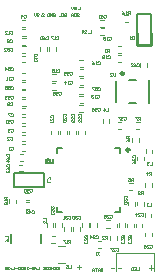
<source format=gbo>
G04 Layer_Color=32896*
%FSLAX24Y24*%
%MOIN*%
G70*
G01*
G75*
%ADD27C,0.0079*%
%ADD28C,0.0098*%
%ADD30C,0.0100*%
%ADD32C,0.0050*%
%ADD34C,0.0060*%
%ADD53C,0.0030*%
%ADD54C,0.0030*%
D27*
X5275Y6795D02*
X5511D01*
X5263Y6012D02*
X5511D01*
X5928Y6032D02*
Y6795D01*
X4854Y6043D02*
Y6760D01*
X2343Y1350D02*
Y1665D01*
X1350Y1350D02*
Y1665D01*
X4817Y2394D02*
X4984D01*
Y2561D01*
X2858Y2394D02*
X3026D01*
X2858D02*
Y2561D01*
Y4352D02*
Y4520D01*
X3026D01*
X4817D02*
X4984D01*
Y4352D02*
Y4520D01*
D28*
X5100Y7008D02*
G03*
X5100Y7008I-49J0D01*
G01*
X5289Y4461D02*
G03*
X5289Y4461I-49J0D01*
G01*
D30*
X5540Y7965D02*
Y8370D01*
Y7965D02*
X6000D01*
Y8370D01*
D32*
X5540Y7965D02*
X6000D01*
X5540Y8975D02*
X6000D01*
X5540Y7965D02*
Y8975D01*
X6000Y7965D02*
Y8975D01*
X2435Y3220D02*
Y3680D01*
X1425Y3220D02*
Y3680D01*
Y3220D02*
X2435D01*
X1425Y3680D02*
X2435D01*
D34*
X2755Y4156D02*
Y4031D01*
X2730Y4006D01*
X2680D01*
X2655Y4031D01*
Y4156D01*
X2605Y4131D02*
X2580Y4156D01*
X2530D01*
X2505Y4131D01*
Y4106D01*
X2530Y4081D01*
X2555D01*
X2530D01*
X2505Y4056D01*
Y4031D01*
X2530Y4006D01*
X2580D01*
X2605Y4031D01*
D53*
X5815Y2225D02*
Y2345D01*
X6005Y2215D02*
Y2335D01*
X6025Y1575D02*
Y1695D01*
X5795Y1575D02*
Y1695D01*
X4865Y1465D02*
Y1585D01*
X4625Y1465D02*
Y1585D01*
X4510Y1870D02*
X4640D01*
X4520Y2120D02*
X4640D01*
X4682Y514D02*
X4788D01*
X3612Y483D02*
Y632D01*
X3552Y557D02*
X3663D01*
X4901Y515D02*
X5007D01*
X5953Y534D02*
X6064D01*
X6013Y460D02*
Y609D01*
X4861Y1027D02*
X6106D01*
Y426D02*
Y1027D01*
X4858Y1024D02*
X4861Y1027D01*
X4852Y1024D02*
X4858D01*
X4852Y426D02*
Y1024D01*
X5500Y5165D02*
X5620D01*
X5505Y5390D02*
X5625D01*
X4890Y5160D02*
X5010D01*
X4890Y5390D02*
X5010D01*
X4600Y5365D02*
Y5485D01*
X4410Y5355D02*
Y5475D01*
X5875Y7220D02*
Y7340D01*
X5655Y7220D02*
Y7340D01*
X4895Y7400D02*
X5015D01*
X4895Y7625D02*
X5015D01*
X4890Y7700D02*
X5010D01*
X4895Y7930D02*
X5015D01*
X5130Y8715D02*
X5250D01*
X5115Y8940D02*
X5235D01*
X4310Y8290D02*
X4430D01*
X4325Y8515D02*
X4445D01*
X4310Y8565D02*
X4430D01*
X4320Y8790D02*
X4440D01*
X2305Y7760D02*
Y7880D01*
X2530Y7760D02*
Y7880D01*
X2605Y7760D02*
Y7880D01*
X2840Y7770D02*
Y7890D01*
X3610Y7445D02*
X3730D01*
X3625Y7220D02*
X3745D01*
X3630Y7145D02*
X3750D01*
X3620Y6915D02*
X3740D01*
X3625Y6840D02*
X3745D01*
X3625Y6610D02*
X3745D01*
X3620Y6310D02*
X3740D01*
X3620Y6545D02*
X3740D01*
X3625Y6025D02*
X3745D01*
X3615Y6250D02*
X3735D01*
X3610Y5710D02*
X3730D01*
X3605Y5945D02*
X3725D01*
X2715Y6990D02*
X2835D01*
X2720Y6755D02*
X2840D01*
X2700Y6695D02*
X2820D01*
X2720Y6460D02*
X2840D01*
X3805Y4985D02*
Y5105D01*
X3570Y4985D02*
Y5105D01*
X3515Y4985D02*
Y5105D01*
X3285Y4980D02*
Y5100D01*
X3220Y4980D02*
Y5100D01*
X2980Y4980D02*
Y5100D01*
X2905Y4980D02*
Y5100D01*
X2670Y4975D02*
Y5095D01*
X5590Y4735D02*
Y4855D01*
X5360Y4735D02*
Y4855D01*
X6030Y4350D02*
Y4470D01*
X5835Y4355D02*
Y4475D01*
X5760Y4115D02*
Y4235D01*
X5540Y4110D02*
Y4230D01*
X5265Y3115D02*
X5385D01*
X5285Y3340D02*
X5405D01*
X6030Y3235D02*
Y3355D01*
X5805Y3230D02*
Y3350D01*
X5760Y2605D02*
Y2725D01*
X5530Y2610D02*
Y2730D01*
X5235Y2610D02*
Y2730D01*
X5470Y2605D02*
Y2725D01*
X4229Y1201D02*
X4349D01*
X4225Y1426D02*
X4345D01*
X5715Y1885D02*
Y2005D01*
X5495Y1885D02*
Y2005D01*
X5445Y1885D02*
Y2005D01*
X5220Y1885D02*
Y2005D01*
X5150Y1890D02*
Y2010D01*
X4925Y1890D02*
Y2010D01*
X4875Y1885D02*
Y2005D01*
X4205Y1895D02*
Y2015D01*
X3975Y1890D02*
Y2010D01*
X3925Y1890D02*
Y2010D01*
X3690Y1895D02*
Y2015D01*
X3625Y1765D02*
Y1885D01*
X3390Y1765D02*
Y1885D01*
X3095Y1765D02*
Y1885D01*
X3335Y1770D02*
Y1890D01*
X2685Y1370D02*
X2805D01*
X2695Y1605D02*
X2815D01*
X3045Y1900D02*
Y2020D01*
X2805Y1900D02*
Y2020D01*
X2745Y1905D02*
Y2025D01*
X2540Y1900D02*
Y2020D01*
X2920Y1245D02*
X3155D01*
X2905Y675D02*
X3140D01*
X1830Y2490D02*
X1950D01*
X1825Y2725D02*
X1945D01*
X1825Y2805D02*
X1945D01*
X1820Y3025D02*
X1940D01*
X1500Y2685D02*
Y2805D01*
X1265Y2700D02*
Y2820D01*
X1605Y3745D02*
X1725D01*
X1600Y3970D02*
X1720D01*
X1625Y4090D02*
X1745D01*
X1625Y4315D02*
X1745D01*
X1700Y4435D02*
X1820D01*
X1700Y4660D02*
X1820D01*
X1695Y4745D02*
X1815D01*
X1700Y4970D02*
X1820D01*
X1695Y5040D02*
X1815D01*
X1700Y5265D02*
X1820D01*
X1695Y5340D02*
X1815D01*
X1695Y5565D02*
X1815D01*
X1690Y5640D02*
X1810D01*
X1700Y5865D02*
X1820D01*
X1705Y5935D02*
X1825D01*
X1695Y6160D02*
X1815D01*
X1700Y6215D02*
X1820D01*
X1695Y6445D02*
X1815D01*
X1700Y6500D02*
X1820D01*
X1700Y6730D02*
X1820D01*
X1700Y6800D02*
X1820D01*
X1700Y7025D02*
X1820D01*
X1700Y7385D02*
X1820D01*
X1700Y7605D02*
X1820D01*
X1700Y7680D02*
X1820D01*
X1705Y7915D02*
X1825D01*
X1695Y7970D02*
X1815D01*
X1705Y8205D02*
X1825D01*
X1705Y8270D02*
X1825D01*
X1700Y8495D02*
X1820D01*
X1700Y8565D02*
X1820D01*
X1700Y8795D02*
X1820D01*
X1333Y6563D02*
X1350Y6580D01*
X1383D01*
X1400Y6563D01*
Y6497D01*
X1383Y6480D01*
X1350D01*
X1333Y6497D01*
X1233Y6580D02*
X1300D01*
Y6530D01*
X1267Y6547D01*
X1250D01*
X1233Y6530D01*
Y6497D01*
X1250Y6480D01*
X1283D01*
X1300Y6497D01*
X1133Y6580D02*
X1200D01*
Y6530D01*
X1167Y6547D01*
X1150D01*
X1133Y6530D01*
Y6497D01*
X1150Y6480D01*
X1183D01*
X1200Y6497D01*
X1333Y6883D02*
X1350Y6900D01*
X1383D01*
X1400Y6883D01*
Y6817D01*
X1383Y6800D01*
X1350D01*
X1333Y6817D01*
X1300Y6800D02*
X1267D01*
X1283D01*
Y6900D01*
X1300Y6883D01*
X1217Y6800D02*
X1183D01*
X1200D01*
Y6900D01*
X1217Y6883D01*
X1323Y5443D02*
X1340Y5460D01*
X1373D01*
X1390Y5443D01*
Y5377D01*
X1373Y5360D01*
X1340D01*
X1323Y5377D01*
X1223Y5460D02*
X1290D01*
Y5410D01*
X1257Y5427D01*
X1240D01*
X1223Y5410D01*
Y5377D01*
X1240Y5360D01*
X1273D01*
X1290Y5377D01*
X1190Y5360D02*
X1157D01*
X1173D01*
Y5460D01*
X1190Y5443D01*
X1768Y8948D02*
X1785Y8965D01*
X1818D01*
X1835Y8948D01*
Y8882D01*
X1818Y8865D01*
X1785D01*
X1768Y8882D01*
X1685Y8865D02*
Y8965D01*
X1735Y8915D01*
X1668D01*
X1313Y4883D02*
X1330Y4900D01*
X1363D01*
X1380Y4883D01*
Y4817D01*
X1363Y4800D01*
X1330D01*
X1313Y4817D01*
X1213Y4800D02*
X1280D01*
X1213Y4867D01*
Y4883D01*
X1230Y4900D01*
X1263D01*
X1280Y4883D01*
X4819Y7028D02*
Y6945D01*
X4802Y6928D01*
X4769D01*
X4752Y6945D01*
Y7028D01*
X4652Y6928D02*
X4719D01*
X4652Y6995D01*
Y7011D01*
X4669Y7028D01*
X4702D01*
X4719Y7011D01*
X1323Y4543D02*
X1340Y4560D01*
X1373D01*
X1390Y4543D01*
Y4477D01*
X1373Y4460D01*
X1340D01*
X1323Y4477D01*
X1290Y4460D02*
X1257D01*
X1273D01*
Y4560D01*
X1290Y4543D01*
X1323Y5143D02*
X1340Y5160D01*
X1373D01*
X1390Y5143D01*
Y5077D01*
X1373Y5060D01*
X1340D01*
X1323Y5077D01*
X1290Y5143D02*
X1273Y5160D01*
X1240D01*
X1223Y5143D01*
Y5127D01*
X1240Y5110D01*
X1257D01*
X1240D01*
X1223Y5093D01*
Y5077D01*
X1240Y5060D01*
X1273D01*
X1290Y5077D01*
X1293Y8123D02*
X1310Y8140D01*
X1343D01*
X1360Y8123D01*
Y8057D01*
X1343Y8040D01*
X1310D01*
X1293Y8057D01*
X1260Y8123D02*
X1243Y8140D01*
X1210D01*
X1193Y8123D01*
Y8107D01*
X1210Y8090D01*
X1193Y8073D01*
Y8057D01*
X1210Y8040D01*
X1243D01*
X1260Y8057D01*
Y8073D01*
X1243Y8090D01*
X1260Y8107D01*
Y8123D01*
X1243Y8090D02*
X1210D01*
X1314Y6029D02*
X1330Y6046D01*
X1364D01*
X1380Y6029D01*
Y5963D01*
X1364Y5946D01*
X1330D01*
X1314Y5963D01*
X1280D02*
X1264Y5946D01*
X1230D01*
X1214Y5963D01*
Y6029D01*
X1230Y6046D01*
X1264D01*
X1280Y6029D01*
Y6013D01*
X1264Y5996D01*
X1214D01*
X2183Y7477D02*
X2200Y7460D01*
Y7427D01*
X2183Y7410D01*
X2117D01*
X2100Y7427D01*
Y7460D01*
X2117Y7477D01*
X2100Y7510D02*
Y7543D01*
Y7527D01*
X2200D01*
X2183Y7510D01*
Y7593D02*
X2200Y7610D01*
Y7643D01*
X2183Y7660D01*
X2117D01*
X2100Y7643D01*
Y7610D01*
X2117Y7593D01*
X2183D01*
X1313Y8413D02*
X1330Y8430D01*
X1363D01*
X1380Y8413D01*
Y8347D01*
X1363Y8330D01*
X1330D01*
X1313Y8347D01*
X1280Y8330D02*
X1247D01*
X1263D01*
Y8430D01*
X1280Y8413D01*
X1130Y8330D02*
X1197D01*
X1130Y8397D01*
Y8413D01*
X1147Y8430D01*
X1180D01*
X1197Y8413D01*
X4203Y6273D02*
X4220Y6290D01*
X4253D01*
X4270Y6273D01*
Y6207D01*
X4253Y6190D01*
X4220D01*
X4203Y6207D01*
X4170Y6190D02*
X4137D01*
X4153D01*
Y6290D01*
X4170Y6273D01*
X4087D02*
X4070Y6290D01*
X4037D01*
X4020Y6273D01*
Y6257D01*
X4037Y6240D01*
X4053D01*
X4037D01*
X4020Y6223D01*
Y6207D01*
X4037Y6190D01*
X4070D01*
X4087Y6207D01*
X3293Y6754D02*
X3310Y6771D01*
X3343D01*
X3360Y6754D01*
Y6688D01*
X3343Y6671D01*
X3310D01*
X3293Y6688D01*
X3260Y6671D02*
X3227D01*
X3243D01*
Y6771D01*
X3260Y6754D01*
X3127Y6671D02*
Y6771D01*
X3177Y6721D01*
X3110D01*
X2873Y7133D02*
X2890Y7150D01*
X2923D01*
X2940Y7133D01*
Y7067D01*
X2923Y7050D01*
X2890D01*
X2873Y7067D01*
X2840Y7050D02*
X2807D01*
X2823D01*
Y7150D01*
X2840Y7133D01*
X2690Y7150D02*
X2757D01*
Y7100D01*
X2723Y7117D01*
X2707D01*
X2690Y7100D01*
Y7067D01*
X2707Y7050D01*
X2740D01*
X2757Y7067D01*
X4223Y7403D02*
X4240Y7420D01*
X4273D01*
X4290Y7403D01*
Y7337D01*
X4273Y7320D01*
X4240D01*
X4223Y7337D01*
X4190Y7320D02*
X4157D01*
X4173D01*
Y7420D01*
X4190Y7403D01*
X4040Y7420D02*
X4073Y7403D01*
X4107Y7370D01*
Y7337D01*
X4090Y7320D01*
X4057D01*
X4040Y7337D01*
Y7353D01*
X4057Y7370D01*
X4107D01*
X2846Y8234D02*
X2863Y8251D01*
X2896D01*
X2913Y8234D01*
Y8168D01*
X2896Y8151D01*
X2863D01*
X2846Y8168D01*
X2813Y8151D02*
X2779D01*
X2796D01*
Y8251D01*
X2813Y8234D01*
X2729Y8251D02*
X2663D01*
Y8234D01*
X2729Y8168D01*
Y8151D01*
X4592Y8212D02*
X4609Y8229D01*
X4642D01*
X4659Y8212D01*
Y8146D01*
X4642Y8129D01*
X4609D01*
X4592Y8146D01*
X4559Y8129D02*
X4526D01*
X4542D01*
Y8229D01*
X4559Y8212D01*
X4476D02*
X4459Y8229D01*
X4426D01*
X4409Y8212D01*
Y8196D01*
X4426Y8179D01*
X4409Y8162D01*
Y8146D01*
X4426Y8129D01*
X4459D01*
X4476Y8146D01*
Y8162D01*
X4459Y8179D01*
X4476Y8196D01*
Y8212D01*
X4459Y8179D02*
X4426D01*
X4558Y7599D02*
X4575Y7616D01*
X4608D01*
X4625Y7599D01*
Y7533D01*
X4608Y7516D01*
X4575D01*
X4558Y7533D01*
X4525Y7516D02*
X4492D01*
X4508D01*
Y7616D01*
X4525Y7599D01*
X4442Y7533D02*
X4425Y7516D01*
X4392D01*
X4375Y7533D01*
Y7599D01*
X4392Y7616D01*
X4425D01*
X4442Y7599D01*
Y7583D01*
X4425Y7566D01*
X4375D01*
X3082Y5598D02*
X3065Y5615D01*
Y5648D01*
X3082Y5665D01*
X3148D01*
X3165Y5648D01*
Y5615D01*
X3148Y5598D01*
X3165Y5498D02*
Y5565D01*
X3098Y5498D01*
X3082D01*
X3065Y5515D01*
Y5548D01*
X3082Y5565D01*
Y5465D02*
X3065Y5448D01*
Y5415D01*
X3082Y5398D01*
X3148D01*
X3165Y5415D01*
Y5448D01*
X3148Y5465D01*
X3082D01*
X2667Y5548D02*
X2650Y5565D01*
Y5598D01*
X2667Y5615D01*
X2733D01*
X2750Y5598D01*
Y5565D01*
X2733Y5548D01*
X2750Y5448D02*
Y5515D01*
X2683Y5448D01*
X2667D01*
X2650Y5465D01*
Y5498D01*
X2667Y5515D01*
X2750Y5415D02*
Y5382D01*
Y5398D01*
X2650D01*
X2667Y5415D01*
X3601Y5595D02*
X3584Y5612D01*
Y5645D01*
X3601Y5662D01*
X3667D01*
X3684Y5645D01*
Y5612D01*
X3667Y5595D01*
X3684Y5495D02*
Y5562D01*
X3617Y5495D01*
X3601D01*
X3584Y5512D01*
Y5545D01*
X3601Y5562D01*
X3684Y5395D02*
Y5462D01*
X3617Y5395D01*
X3601D01*
X3584Y5412D01*
Y5445D01*
X3601Y5462D01*
X3362Y5602D02*
X3345Y5619D01*
Y5652D01*
X3362Y5669D01*
X3428D01*
X3445Y5652D01*
Y5619D01*
X3428Y5602D01*
X3445Y5502D02*
Y5569D01*
X3378Y5502D01*
X3362D01*
X3345Y5519D01*
Y5552D01*
X3362Y5569D01*
Y5469D02*
X3345Y5452D01*
Y5419D01*
X3362Y5402D01*
X3378D01*
X3395Y5419D01*
Y5436D01*
Y5419D01*
X3412Y5402D01*
X3428D01*
X3445Y5419D01*
Y5452D01*
X3428Y5469D01*
X5683Y2343D02*
X5700Y2360D01*
X5733D01*
X5750Y2343D01*
Y2277D01*
X5733Y2260D01*
X5700D01*
X5683Y2277D01*
X5583Y2260D02*
X5650D01*
X5583Y2327D01*
Y2343D01*
X5600Y2360D01*
X5633D01*
X5650Y2343D01*
X5500Y2260D02*
Y2360D01*
X5550Y2310D01*
X5483D01*
X5323Y1407D02*
X5340Y1390D01*
Y1357D01*
X5323Y1340D01*
X5257D01*
X5240Y1357D01*
Y1390D01*
X5257Y1407D01*
X5240Y1507D02*
Y1440D01*
X5307Y1507D01*
X5323D01*
X5340Y1490D01*
Y1457D01*
X5323Y1440D01*
X5340Y1607D02*
Y1540D01*
X5290D01*
X5307Y1573D01*
Y1590D01*
X5290Y1607D01*
X5257D01*
X5240Y1590D01*
Y1557D01*
X5257Y1540D01*
X5963Y1283D02*
X5980Y1300D01*
X6013D01*
X6030Y1283D01*
Y1217D01*
X6013Y1200D01*
X5980D01*
X5963Y1217D01*
X5863Y1200D02*
X5930D01*
X5863Y1267D01*
Y1283D01*
X5880Y1300D01*
X5913D01*
X5930Y1283D01*
X5763Y1300D02*
X5797Y1283D01*
X5830Y1250D01*
Y1217D01*
X5813Y1200D01*
X5780D01*
X5763Y1217D01*
Y1233D01*
X5780Y1250D01*
X5830D01*
X4843Y1183D02*
X4860Y1200D01*
X4893D01*
X4910Y1183D01*
Y1117D01*
X4893Y1100D01*
X4860D01*
X4843Y1117D01*
X4743Y1100D02*
X4810D01*
X4743Y1167D01*
Y1183D01*
X4760Y1200D01*
X4793D01*
X4810Y1183D01*
X4710Y1200D02*
X4643D01*
Y1183D01*
X4710Y1117D01*
Y1100D01*
X4633Y2273D02*
X4650Y2290D01*
X4683D01*
X4700Y2273D01*
Y2207D01*
X4683Y2190D01*
X4650D01*
X4633Y2207D01*
X4533Y2190D02*
X4600D01*
X4533Y2257D01*
Y2273D01*
X4550Y2290D01*
X4583D01*
X4600Y2273D01*
X4500D02*
X4483Y2290D01*
X4450D01*
X4433Y2273D01*
Y2257D01*
X4450Y2240D01*
X4433Y2223D01*
Y2207D01*
X4450Y2190D01*
X4483D01*
X4500Y2207D01*
Y2223D01*
X4483Y2240D01*
X4500Y2257D01*
Y2273D01*
X4483Y2240D02*
X4450D01*
X5103Y1407D02*
X5120Y1390D01*
Y1357D01*
X5103Y1340D01*
X5037D01*
X5020Y1357D01*
Y1390D01*
X5037Y1407D01*
X5020Y1507D02*
Y1440D01*
X5087Y1507D01*
X5103D01*
X5120Y1490D01*
Y1457D01*
X5103Y1440D01*
X5037Y1540D02*
X5020Y1557D01*
Y1590D01*
X5037Y1607D01*
X5103D01*
X5120Y1590D01*
Y1557D01*
X5103Y1540D01*
X5087D01*
X5070Y1557D01*
Y1607D01*
X3581Y2247D02*
X3598Y2264D01*
X3631D01*
X3648Y2247D01*
Y2181D01*
X3631Y2164D01*
X3598D01*
X3581Y2181D01*
X3548Y2247D02*
X3531Y2264D01*
X3498D01*
X3481Y2247D01*
Y2231D01*
X3498Y2214D01*
X3515D01*
X3498D01*
X3481Y2197D01*
Y2181D01*
X3498Y2164D01*
X3531D01*
X3548Y2181D01*
X3448Y2247D02*
X3431Y2264D01*
X3398D01*
X3381Y2247D01*
Y2181D01*
X3398Y2164D01*
X3431D01*
X3448Y2181D01*
Y2247D01*
X3253Y2253D02*
X3270Y2270D01*
X3303D01*
X3320Y2253D01*
Y2187D01*
X3303Y2170D01*
X3270D01*
X3253Y2187D01*
X3220Y2253D02*
X3203Y2270D01*
X3170D01*
X3153Y2253D01*
Y2237D01*
X3170Y2220D01*
X3187D01*
X3170D01*
X3153Y2203D01*
Y2187D01*
X3170Y2170D01*
X3203D01*
X3220Y2187D01*
X3120Y2170D02*
X3087D01*
X3103D01*
Y2270D01*
X3120Y2253D01*
X2753Y2377D02*
X2770Y2360D01*
Y2327D01*
X2753Y2310D01*
X2687D01*
X2670Y2327D01*
Y2360D01*
X2687Y2377D01*
X2753Y2410D02*
X2770Y2427D01*
Y2460D01*
X2753Y2477D01*
X2737D01*
X2720Y2460D01*
Y2443D01*
Y2460D01*
X2703Y2477D01*
X2687D01*
X2670Y2460D01*
Y2427D01*
X2687Y2410D01*
X2670Y2577D02*
Y2510D01*
X2737Y2577D01*
X2753D01*
X2770Y2560D01*
Y2527D01*
X2753Y2510D01*
X3858Y1415D02*
X3875Y1398D01*
Y1365D01*
X3858Y1348D01*
X3792D01*
X3775Y1365D01*
Y1398D01*
X3792Y1415D01*
X3858Y1448D02*
X3875Y1465D01*
Y1498D01*
X3858Y1515D01*
X3842D01*
X3825Y1498D01*
Y1481D01*
Y1498D01*
X3808Y1515D01*
X3792D01*
X3775Y1498D01*
Y1465D01*
X3792Y1448D01*
X3858Y1548D02*
X3875Y1565D01*
Y1598D01*
X3858Y1615D01*
X3842D01*
X3825Y1598D01*
Y1581D01*
Y1598D01*
X3808Y1615D01*
X3792D01*
X3775Y1598D01*
Y1565D01*
X3792Y1548D01*
X4163Y1603D02*
X4180Y1620D01*
X4213D01*
X4230Y1603D01*
Y1537D01*
X4213Y1520D01*
X4180D01*
X4163Y1537D01*
X4130Y1603D02*
X4113Y1620D01*
X4080D01*
X4063Y1603D01*
Y1587D01*
X4080Y1570D01*
X4097D01*
X4080D01*
X4063Y1553D01*
Y1537D01*
X4080Y1520D01*
X4113D01*
X4130Y1537D01*
X3980Y1520D02*
Y1620D01*
X4030Y1570D01*
X3963D01*
X5106Y2862D02*
X5089Y2879D01*
Y2912D01*
X5106Y2929D01*
X5172D01*
X5189Y2912D01*
Y2879D01*
X5172Y2862D01*
X5106Y2829D02*
X5089Y2812D01*
Y2779D01*
X5106Y2762D01*
X5122D01*
X5139Y2779D01*
Y2796D01*
Y2779D01*
X5156Y2762D01*
X5172D01*
X5189Y2779D01*
Y2812D01*
X5172Y2829D01*
X5089Y2662D02*
Y2729D01*
X5139D01*
X5122Y2696D01*
Y2679D01*
X5139Y2662D01*
X5172D01*
X5189Y2679D01*
Y2712D01*
X5172Y2729D01*
X5393Y4216D02*
X5376Y4233D01*
Y4266D01*
X5393Y4283D01*
X5459D01*
X5476Y4266D01*
Y4233D01*
X5459Y4216D01*
X5393Y4183D02*
X5376Y4166D01*
Y4133D01*
X5393Y4116D01*
X5409D01*
X5426Y4133D01*
Y4150D01*
Y4133D01*
X5443Y4116D01*
X5459D01*
X5476Y4133D01*
Y4166D01*
X5459Y4183D01*
X5376Y4016D02*
X5393Y4050D01*
X5426Y4083D01*
X5459D01*
X5476Y4066D01*
Y4033D01*
X5459Y4016D01*
X5443D01*
X5426Y4033D01*
Y4083D01*
X5095Y5542D02*
X5112Y5559D01*
X5145D01*
X5162Y5542D01*
Y5476D01*
X5145Y5459D01*
X5112D01*
X5095Y5476D01*
X5062Y5542D02*
X5045Y5559D01*
X5012D01*
X4995Y5542D01*
Y5526D01*
X5012Y5509D01*
X5029D01*
X5012D01*
X4995Y5492D01*
Y5476D01*
X5012Y5459D01*
X5045D01*
X5062Y5476D01*
X4962Y5559D02*
X4895D01*
Y5542D01*
X4962Y5476D01*
Y5459D01*
X2033Y2433D02*
X2050Y2450D01*
X2083D01*
X2100Y2433D01*
Y2367D01*
X2083Y2350D01*
X2050D01*
X2033Y2367D01*
X1950Y2350D02*
Y2450D01*
X2000Y2400D01*
X1933D01*
X1900Y2367D02*
X1883Y2350D01*
X1850D01*
X1833Y2367D01*
Y2433D01*
X1850Y2450D01*
X1883D01*
X1900Y2433D01*
Y2417D01*
X1883Y2400D01*
X1833D01*
X1961Y3153D02*
X1978Y3170D01*
X2011D01*
X2028Y3153D01*
Y3087D01*
X2011Y3070D01*
X1978D01*
X1961Y3087D01*
X1861Y3170D02*
X1928D01*
Y3120D01*
X1895Y3137D01*
X1878D01*
X1861Y3120D01*
Y3087D01*
X1878Y3070D01*
X1911D01*
X1928Y3087D01*
X1828Y3153D02*
X1811Y3170D01*
X1778D01*
X1761Y3153D01*
Y3087D01*
X1778Y3070D01*
X1811D01*
X1828Y3087D01*
Y3153D01*
X5427Y8250D02*
Y8150D01*
X5377D01*
X5360Y8167D01*
Y8233D01*
X5377Y8250D01*
X5427D01*
X5327Y8150D02*
X5294D01*
X5310D01*
Y8250D01*
X5327Y8233D01*
X4223Y1072D02*
X4257D01*
X4240D01*
Y989D01*
X4257Y972D01*
X4273D01*
X4290Y989D01*
X4190Y972D02*
X4157D01*
X4173D01*
Y1072D01*
X4190Y1055D01*
X6000Y2700D02*
Y2600D01*
X5933D01*
X5900D02*
X5867D01*
X5883D01*
Y2700D01*
X5900Y2683D01*
X2410Y2205D02*
X2510D01*
Y2138D01*
Y2038D02*
Y2105D01*
X2443Y2038D01*
X2427D01*
X2410Y2055D01*
Y2088D01*
X2427Y2105D01*
X6028Y4068D02*
Y3968D01*
X5961D01*
X5928Y4051D02*
X5911Y4068D01*
X5878D01*
X5861Y4051D01*
Y4035D01*
X5878Y4018D01*
X5895D01*
X5878D01*
X5861Y4001D01*
Y3985D01*
X5878Y3968D01*
X5911D01*
X5928Y3985D01*
X4587Y5850D02*
Y5750D01*
X4520D01*
X4437D02*
Y5850D01*
X4487Y5800D01*
X4420D01*
X2635Y3380D02*
X2535D01*
Y3447D01*
X2635Y3480D02*
Y3547D01*
X2618D01*
X2552Y3480D01*
X2535D01*
X4602Y7737D02*
Y7837D01*
X4552D01*
X4535Y7820D01*
Y7787D01*
X4552Y7770D01*
X4602D01*
X4569D02*
X4535Y7737D01*
X4502D02*
X4469D01*
X4485D01*
Y7837D01*
X4502Y7820D01*
X4540Y1500D02*
Y1600D01*
X4490D01*
X4473Y1583D01*
Y1550D01*
X4490Y1533D01*
X4540D01*
X4507D02*
X4473Y1500D01*
X4373D02*
X4440D01*
X4373Y1567D01*
Y1583D01*
X4390Y1600D01*
X4423D01*
X4440Y1583D01*
X5730Y2980D02*
Y3080D01*
X5680D01*
X5663Y3063D01*
Y3030D01*
X5680Y3013D01*
X5730D01*
X5697D02*
X5663Y2980D01*
X5630Y3063D02*
X5613Y3080D01*
X5580D01*
X5563Y3063D01*
Y3047D01*
X5580Y3030D01*
X5597D01*
X5580D01*
X5563Y3013D01*
Y2997D01*
X5580Y2980D01*
X5613D01*
X5630Y2997D01*
X6006Y3623D02*
Y3723D01*
X5956D01*
X5939Y3706D01*
Y3673D01*
X5956Y3656D01*
X6006D01*
X5973D02*
X5939Y3623D01*
X5856D02*
Y3723D01*
X5906Y3673D01*
X5839D01*
X5287Y4907D02*
X5187D01*
Y4857D01*
X5204Y4840D01*
X5237D01*
X5254Y4857D01*
Y4907D01*
Y4874D02*
X5287Y4840D01*
X5187Y4740D02*
X5204Y4774D01*
X5237Y4807D01*
X5270D01*
X5287Y4790D01*
Y4757D01*
X5270Y4740D01*
X5254D01*
X5237Y4757D01*
Y4807D01*
X5646Y5469D02*
Y5569D01*
X5596D01*
X5580Y5552D01*
Y5519D01*
X5596Y5502D01*
X5646D01*
X5613D02*
X5580Y5469D01*
X5546Y5569D02*
X5480D01*
Y5552D01*
X5546Y5485D01*
Y5469D01*
X5296Y8983D02*
Y9083D01*
X5246D01*
X5229Y9066D01*
Y9033D01*
X5246Y9016D01*
X5296D01*
X5263D02*
X5229Y8983D01*
X5196D02*
X5163D01*
X5179D01*
Y9083D01*
X5196Y9066D01*
X5046Y9083D02*
X5079Y9066D01*
X5113Y9033D01*
Y9000D01*
X5096Y8983D01*
X5063D01*
X5046Y9000D01*
Y9016D01*
X5063Y9033D01*
X5113D01*
X3320Y1360D02*
Y1460D01*
X3270D01*
X3253Y1443D01*
Y1410D01*
X3270Y1393D01*
X3320D01*
X3287D02*
X3253Y1360D01*
X3220D02*
X3187D01*
X3203D01*
Y1460D01*
X3220Y1443D01*
X3137Y1460D02*
X3070D01*
Y1443D01*
X3137Y1377D01*
Y1360D01*
X1220Y2905D02*
X1120D01*
Y2855D01*
X1137Y2838D01*
X1170D01*
X1187Y2855D01*
Y2905D01*
Y2872D02*
X1220Y2838D01*
Y2805D02*
Y2772D01*
Y2788D01*
X1120D01*
X1137Y2805D01*
Y2722D02*
X1120Y2705D01*
Y2672D01*
X1137Y2655D01*
X1153D01*
X1170Y2672D01*
X1187Y2655D01*
X1203D01*
X1220Y2672D01*
Y2705D01*
X1203Y2722D01*
X1187D01*
X1170Y2705D01*
X1153Y2722D01*
X1137D01*
X1170Y2705D02*
Y2672D01*
X1313Y7853D02*
X1330Y7870D01*
X1363D01*
X1380Y7853D01*
Y7787D01*
X1363Y7770D01*
X1330D01*
X1313Y7787D01*
X1213Y7870D02*
X1280D01*
Y7820D01*
X1247Y7837D01*
X1230D01*
X1213Y7820D01*
Y7787D01*
X1230Y7770D01*
X1263D01*
X1280Y7787D01*
X1113Y7770D02*
X1180D01*
X1113Y7837D01*
Y7853D01*
X1130Y7870D01*
X1163D01*
X1180Y7853D01*
X1323Y6243D02*
X1340Y6260D01*
X1373D01*
X1390Y6243D01*
Y6177D01*
X1373Y6160D01*
X1340D01*
X1323Y6177D01*
X1223Y6260D02*
X1290D01*
Y6210D01*
X1257Y6227D01*
X1240D01*
X1223Y6210D01*
Y6177D01*
X1240Y6160D01*
X1273D01*
X1290Y6177D01*
X1190Y6243D02*
X1173Y6260D01*
X1140D01*
X1123Y6243D01*
Y6227D01*
X1140Y6210D01*
X1157D01*
X1140D01*
X1123Y6193D01*
Y6177D01*
X1140Y6160D01*
X1173D01*
X1190Y6177D01*
X4223Y6523D02*
X4240Y6540D01*
X4273D01*
X4290Y6523D01*
Y6457D01*
X4273Y6440D01*
X4240D01*
X4223Y6457D01*
X4123Y6540D02*
X4190D01*
Y6490D01*
X4157Y6507D01*
X4140D01*
X4123Y6490D01*
Y6457D01*
X4140Y6440D01*
X4173D01*
X4190Y6457D01*
X4090Y6540D02*
X4023D01*
Y6523D01*
X4090Y6457D01*
Y6440D01*
X2923Y6383D02*
X2940Y6400D01*
X2973D01*
X2990Y6383D01*
Y6317D01*
X2973Y6300D01*
X2940D01*
X2923Y6317D01*
X2823Y6400D02*
X2890D01*
Y6350D01*
X2857Y6367D01*
X2840D01*
X2823Y6350D01*
Y6317D01*
X2840Y6300D01*
X2873D01*
X2890Y6317D01*
X2790Y6383D02*
X2773Y6400D01*
X2740D01*
X2723Y6383D01*
Y6367D01*
X2740Y6350D01*
X2723Y6333D01*
Y6317D01*
X2740Y6300D01*
X2773D01*
X2790Y6317D01*
Y6333D01*
X2773Y6350D01*
X2790Y6367D01*
Y6383D01*
X2773Y6350D02*
X2740D01*
X2508Y8232D02*
X2525Y8249D01*
X2558D01*
X2575Y8232D01*
Y8166D01*
X2558Y8149D01*
X2525D01*
X2508Y8166D01*
X2408Y8249D02*
X2442Y8232D01*
X2475Y8199D01*
Y8166D01*
X2458Y8149D01*
X2425D01*
X2408Y8166D01*
Y8182D01*
X2425Y8199D01*
X2475D01*
X2375Y8232D02*
X2358Y8249D01*
X2325D01*
X2308Y8232D01*
Y8166D01*
X2325Y8149D01*
X2358D01*
X2375Y8166D01*
Y8232D01*
X4434Y8954D02*
X4450Y8971D01*
X4484D01*
X4500Y8954D01*
Y8887D01*
X4484Y8871D01*
X4450D01*
X4434Y8887D01*
X4334Y8971D02*
X4367Y8954D01*
X4400Y8921D01*
Y8887D01*
X4384Y8871D01*
X4350D01*
X4334Y8887D01*
Y8904D01*
X4350Y8921D01*
X4400D01*
X4300Y8871D02*
X4267D01*
X4284D01*
Y8971D01*
X4300Y8954D01*
X5532Y7334D02*
X5549Y7351D01*
X5582D01*
X5599Y7334D01*
Y7268D01*
X5582Y7251D01*
X5549D01*
X5532Y7268D01*
X5432Y7351D02*
X5466Y7334D01*
X5499Y7301D01*
Y7268D01*
X5482Y7251D01*
X5449D01*
X5432Y7268D01*
Y7284D01*
X5449Y7301D01*
X5499D01*
X5332Y7251D02*
X5399D01*
X5332Y7318D01*
Y7334D01*
X5349Y7351D01*
X5382D01*
X5399Y7334D01*
X1197Y3913D02*
X1180Y3930D01*
Y3963D01*
X1197Y3980D01*
X1263D01*
X1280Y3963D01*
Y3930D01*
X1263Y3913D01*
X1180Y3813D02*
X1197Y3847D01*
X1230Y3880D01*
X1263D01*
X1280Y3863D01*
Y3830D01*
X1263Y3813D01*
X1247D01*
X1230Y3830D01*
Y3880D01*
X1197Y3780D02*
X1180Y3763D01*
Y3730D01*
X1197Y3713D01*
X1213D01*
X1230Y3730D01*
Y3747D01*
Y3730D01*
X1247Y3713D01*
X1263D01*
X1280Y3730D01*
Y3763D01*
X1263Y3780D01*
X1202Y4263D02*
X1185Y4280D01*
Y4313D01*
X1202Y4330D01*
X1268D01*
X1285Y4313D01*
Y4280D01*
X1268Y4263D01*
X1185Y4163D02*
X1202Y4197D01*
X1235Y4230D01*
X1268D01*
X1285Y4213D01*
Y4180D01*
X1268Y4163D01*
X1252D01*
X1235Y4180D01*
Y4230D01*
X1285Y4080D02*
X1185D01*
X1235Y4130D01*
Y4063D01*
X1140Y1604D02*
X1240D01*
Y1537D01*
X1140Y1437D02*
X1157Y1471D01*
X1190Y1504D01*
X1223D01*
X1240Y1487D01*
Y1454D01*
X1223Y1437D01*
X1207D01*
X1190Y1454D01*
Y1504D01*
X3355Y613D02*
Y513D01*
X3288D01*
X3188Y613D02*
X3255D01*
Y563D01*
X3222Y580D01*
X3205D01*
X3188Y563D01*
Y530D01*
X3205Y513D01*
X3238D01*
X3255Y530D01*
X1323Y5663D02*
X1340Y5680D01*
X1373D01*
X1390Y5663D01*
Y5597D01*
X1373Y5580D01*
X1340D01*
X1323Y5597D01*
X1290Y5680D02*
X1223D01*
Y5663D01*
X1290Y5597D01*
Y5580D01*
X3303Y7048D02*
X3320Y7065D01*
X3353D01*
X3370Y7048D01*
Y6982D01*
X3353Y6965D01*
X3320D01*
X3303Y6982D01*
X3203Y7065D02*
X3270D01*
Y7015D01*
X3237Y7032D01*
X3220D01*
X3203Y7015D01*
Y6982D01*
X3220Y6965D01*
X3253D01*
X3270Y6982D01*
X3170D02*
X3153Y6965D01*
X3120D01*
X3103Y6982D01*
Y7048D01*
X3120Y7065D01*
X3153D01*
X3170Y7048D01*
Y7032D01*
X3153Y7015D01*
X3103D01*
X1323Y7203D02*
X1340Y7220D01*
X1373D01*
X1390Y7203D01*
Y7137D01*
X1373Y7120D01*
X1340D01*
X1323Y7137D01*
X1223Y7220D02*
X1290D01*
Y7170D01*
X1257Y7187D01*
X1240D01*
X1223Y7170D01*
Y7137D01*
X1240Y7120D01*
X1273D01*
X1290Y7137D01*
X1140Y7120D02*
Y7220D01*
X1190Y7170D01*
X1123D01*
X4233Y5843D02*
X4250Y5860D01*
X4283D01*
X4300Y5843D01*
Y5777D01*
X4283Y5760D01*
X4250D01*
X4233Y5777D01*
X4133Y5860D02*
X4200D01*
Y5810D01*
X4167Y5827D01*
X4150D01*
X4133Y5810D01*
Y5777D01*
X4150Y5760D01*
X4183D01*
X4200Y5777D01*
X4033Y5860D02*
X4067Y5843D01*
X4100Y5810D01*
Y5777D01*
X4083Y5760D01*
X4050D01*
X4033Y5777D01*
Y5793D01*
X4050Y5810D01*
X4100D01*
X5420Y3406D02*
Y3506D01*
X5370D01*
X5353Y3489D01*
Y3456D01*
X5370Y3439D01*
X5420D01*
X5387D02*
X5353Y3406D01*
X5253Y3506D02*
X5320D01*
Y3456D01*
X5287Y3473D01*
X5270D01*
X5253Y3456D01*
Y3423D01*
X5270Y3406D01*
X5303D01*
X5320Y3423D01*
D54*
X2371Y8924D02*
X2434D01*
X2371Y8987D01*
Y9003D01*
X2387Y9019D01*
X2419D01*
X2434Y9003D01*
X2340Y8924D02*
Y8940D01*
X2324D01*
Y8924D01*
X2340D01*
X2261Y8940D02*
X2246Y8924D01*
X2214D01*
X2198Y8940D01*
Y9003D01*
X2214Y9019D01*
X2246D01*
X2261Y9003D01*
Y8987D01*
X2246Y8971D01*
X2198D01*
X2167Y9019D02*
Y8956D01*
X2135Y8924D01*
X2104Y8956D01*
Y9019D01*
X2939Y568D02*
Y474D01*
Y505D01*
X2876Y568D01*
X2923Y521D01*
X2876Y474D01*
X2782Y568D02*
X2845D01*
Y474D01*
X2782D01*
X2845Y521D02*
X2813D01*
X2750Y474D02*
Y568D01*
X2719Y537D01*
X2687Y568D01*
Y474D01*
X2593Y568D02*
X2656D01*
Y474D01*
X2593D01*
X2656Y521D02*
X2624D01*
X2561Y474D02*
Y568D01*
X2514D01*
X2498Y553D01*
Y521D01*
X2514Y505D01*
X2561D01*
X2530D02*
X2498Y474D01*
X2404Y568D02*
X2467D01*
Y474D01*
X2404D01*
X2467Y521D02*
X2435D01*
X2278Y568D02*
Y474D01*
X2215D01*
X2183D02*
Y537D01*
X2152Y568D01*
X2120Y537D01*
Y474D01*
Y521D01*
X2183D01*
X2089Y568D02*
Y474D01*
X2042D01*
X2026Y490D01*
Y505D01*
X2042Y521D01*
X2089D01*
X2042D01*
X2026Y537D01*
Y553D01*
X2042Y568D01*
X2089D01*
X1994Y521D02*
X1931D01*
X1900Y568D02*
X1868D01*
X1884D01*
Y474D01*
X1900D01*
X1868D01*
X1821D02*
Y568D01*
X1790Y537D01*
X1758Y568D01*
Y474D01*
X1727D02*
Y568D01*
X1680D01*
X1664Y553D01*
Y521D01*
X1680Y505D01*
X1727D01*
X1695D02*
X1664Y474D01*
X1632Y553D02*
X1617Y568D01*
X1585D01*
X1569Y553D01*
Y490D01*
X1585Y474D01*
X1617D01*
X1632Y490D01*
Y553D01*
X1538Y521D02*
X1475D01*
X1443Y474D02*
X1412D01*
X1428D01*
Y568D01*
X1443Y553D01*
X1365Y474D02*
X1302Y537D01*
X1270Y474D02*
X1239D01*
X1255D01*
Y568D01*
X1270Y553D01*
X1192D02*
X1176Y568D01*
X1144D01*
X1129Y553D01*
Y537D01*
X1144Y521D01*
X1129Y505D01*
Y490D01*
X1144Y474D01*
X1176D01*
X1192Y490D01*
Y505D01*
X1176Y521D01*
X1192Y537D01*
Y553D01*
X1176Y521D02*
X1144D01*
X4388Y519D02*
Y425D01*
X4341D01*
X4325Y441D01*
Y504D01*
X4341Y519D01*
X4388D01*
X4294Y425D02*
Y488D01*
X4262Y519D01*
X4231Y488D01*
Y425D01*
Y472D01*
X4294D01*
X4199Y519D02*
X4136D01*
X4168D01*
Y425D01*
X4105D02*
Y488D01*
X4073Y519D01*
X4042Y488D01*
Y425D01*
Y472D01*
X4105D01*
X5592Y544D02*
Y450D01*
X5529D01*
X5435Y544D02*
X5498D01*
Y450D01*
X5435D01*
X5498Y497D02*
X5466D01*
X5403Y544D02*
Y450D01*
X5356D01*
X5340Y466D01*
Y529D01*
X5356Y544D01*
X5403D01*
X4005Y8355D02*
X3973D01*
X3989D01*
Y8449D01*
X4005Y8433D01*
X3926Y8355D02*
Y8370D01*
X3911D01*
Y8355D01*
X3926D01*
X3785D02*
X3848D01*
X3785Y8418D01*
Y8433D01*
X3800Y8449D01*
X3832D01*
X3848Y8433D01*
X3753Y8449D02*
Y8386D01*
X3722Y8355D01*
X3690Y8386D01*
Y8449D01*
X3652Y9141D02*
X3621D01*
X3636D01*
Y9236D01*
X3652Y9220D01*
X3573Y9141D02*
Y9157D01*
X3558D01*
Y9141D01*
X3573D01*
X3495Y9220D02*
X3479Y9236D01*
X3448D01*
X3432Y9220D01*
Y9204D01*
X3448Y9188D01*
X3432Y9173D01*
Y9157D01*
X3448Y9141D01*
X3479D01*
X3495Y9157D01*
Y9173D01*
X3479Y9188D01*
X3495Y9204D01*
Y9220D01*
X3479Y9188D02*
X3448D01*
X3400Y9236D02*
Y9173D01*
X3369Y9141D01*
X3337Y9173D01*
Y9236D01*
X2740Y8999D02*
X2755Y9015D01*
X2787D01*
X2803Y8999D01*
Y8936D01*
X2787Y8921D01*
X2755D01*
X2740Y8936D01*
Y8968D01*
X2771D01*
X2708Y8921D02*
Y9015D01*
X2645Y8921D01*
Y9015D01*
X2614D02*
Y8921D01*
X2566D01*
X2551Y8936D01*
Y8999D01*
X2566Y9015D01*
X2614D01*
X3527Y8991D02*
X3543Y9007D01*
X3575D01*
X3590Y8991D01*
Y8975D01*
X3575Y8959D01*
X3543D01*
X3527Y8944D01*
Y8928D01*
X3543Y8912D01*
X3575D01*
X3590Y8928D01*
X3496Y9007D02*
Y8912D01*
X3449D01*
X3433Y8928D01*
Y8991D01*
X3449Y9007D01*
X3496D01*
X3401Y8912D02*
Y8975D01*
X3370Y9007D01*
X3339Y8975D01*
Y8912D01*
Y8959D01*
X3401D01*
X3116Y8998D02*
X3132Y9013D01*
X3164D01*
X3179Y8998D01*
Y8982D01*
X3164Y8966D01*
X3132D01*
X3116Y8950D01*
Y8935D01*
X3132Y8919D01*
X3164D01*
X3179Y8935D01*
X3022Y8998D02*
X3038Y9013D01*
X3069D01*
X3085Y8998D01*
Y8935D01*
X3069Y8919D01*
X3038D01*
X3022Y8935D01*
X2990Y9013D02*
Y8919D01*
X2927D01*
M02*

</source>
